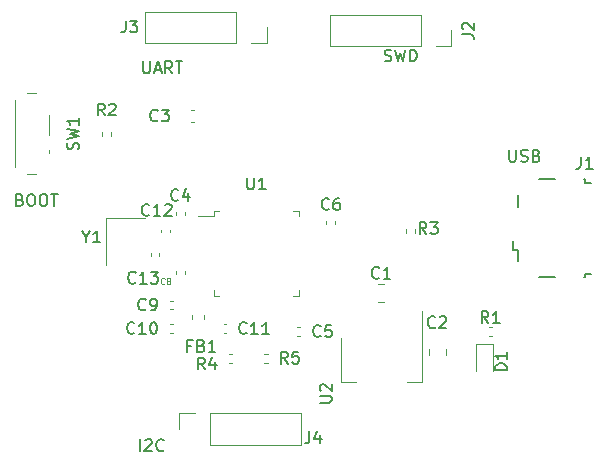
<source format=gbr>
%TF.GenerationSoftware,KiCad,Pcbnew,7.0.7*%
%TF.CreationDate,2023-09-18T20:54:05+05:30*%
%TF.ProjectId,STM32,53544d33-322e-46b6-9963-61645f706362,rev?*%
%TF.SameCoordinates,Original*%
%TF.FileFunction,Legend,Top*%
%TF.FilePolarity,Positive*%
%FSLAX46Y46*%
G04 Gerber Fmt 4.6, Leading zero omitted, Abs format (unit mm)*
G04 Created by KiCad (PCBNEW 7.0.7) date 2023-09-18 20:54:05*
%MOMM*%
%LPD*%
G01*
G04 APERTURE LIST*
%ADD10C,0.150000*%
%ADD11C,0.125000*%
%ADD12C,0.120000*%
G04 APERTURE END LIST*
D10*
X107586779Y-71369819D02*
X107586779Y-72179342D01*
X107586779Y-72179342D02*
X107634398Y-72274580D01*
X107634398Y-72274580D02*
X107682017Y-72322200D01*
X107682017Y-72322200D02*
X107777255Y-72369819D01*
X107777255Y-72369819D02*
X107967731Y-72369819D01*
X107967731Y-72369819D02*
X108062969Y-72322200D01*
X108062969Y-72322200D02*
X108110588Y-72274580D01*
X108110588Y-72274580D02*
X108158207Y-72179342D01*
X108158207Y-72179342D02*
X108158207Y-71369819D01*
X108586779Y-72322200D02*
X108729636Y-72369819D01*
X108729636Y-72369819D02*
X108967731Y-72369819D01*
X108967731Y-72369819D02*
X109062969Y-72322200D01*
X109062969Y-72322200D02*
X109110588Y-72274580D01*
X109110588Y-72274580D02*
X109158207Y-72179342D01*
X109158207Y-72179342D02*
X109158207Y-72084104D01*
X109158207Y-72084104D02*
X109110588Y-71988866D01*
X109110588Y-71988866D02*
X109062969Y-71941247D01*
X109062969Y-71941247D02*
X108967731Y-71893628D01*
X108967731Y-71893628D02*
X108777255Y-71846009D01*
X108777255Y-71846009D02*
X108682017Y-71798390D01*
X108682017Y-71798390D02*
X108634398Y-71750771D01*
X108634398Y-71750771D02*
X108586779Y-71655533D01*
X108586779Y-71655533D02*
X108586779Y-71560295D01*
X108586779Y-71560295D02*
X108634398Y-71465057D01*
X108634398Y-71465057D02*
X108682017Y-71417438D01*
X108682017Y-71417438D02*
X108777255Y-71369819D01*
X108777255Y-71369819D02*
X109015350Y-71369819D01*
X109015350Y-71369819D02*
X109158207Y-71417438D01*
X109920112Y-71846009D02*
X110062969Y-71893628D01*
X110062969Y-71893628D02*
X110110588Y-71941247D01*
X110110588Y-71941247D02*
X110158207Y-72036485D01*
X110158207Y-72036485D02*
X110158207Y-72179342D01*
X110158207Y-72179342D02*
X110110588Y-72274580D01*
X110110588Y-72274580D02*
X110062969Y-72322200D01*
X110062969Y-72322200D02*
X109967731Y-72369819D01*
X109967731Y-72369819D02*
X109586779Y-72369819D01*
X109586779Y-72369819D02*
X109586779Y-71369819D01*
X109586779Y-71369819D02*
X109920112Y-71369819D01*
X109920112Y-71369819D02*
X110015350Y-71417438D01*
X110015350Y-71417438D02*
X110062969Y-71465057D01*
X110062969Y-71465057D02*
X110110588Y-71560295D01*
X110110588Y-71560295D02*
X110110588Y-71655533D01*
X110110588Y-71655533D02*
X110062969Y-71750771D01*
X110062969Y-71750771D02*
X110015350Y-71798390D01*
X110015350Y-71798390D02*
X109920112Y-71846009D01*
X109920112Y-71846009D02*
X109586779Y-71846009D01*
X66170112Y-75596009D02*
X66312969Y-75643628D01*
X66312969Y-75643628D02*
X66360588Y-75691247D01*
X66360588Y-75691247D02*
X66408207Y-75786485D01*
X66408207Y-75786485D02*
X66408207Y-75929342D01*
X66408207Y-75929342D02*
X66360588Y-76024580D01*
X66360588Y-76024580D02*
X66312969Y-76072200D01*
X66312969Y-76072200D02*
X66217731Y-76119819D01*
X66217731Y-76119819D02*
X65836779Y-76119819D01*
X65836779Y-76119819D02*
X65836779Y-75119819D01*
X65836779Y-75119819D02*
X66170112Y-75119819D01*
X66170112Y-75119819D02*
X66265350Y-75167438D01*
X66265350Y-75167438D02*
X66312969Y-75215057D01*
X66312969Y-75215057D02*
X66360588Y-75310295D01*
X66360588Y-75310295D02*
X66360588Y-75405533D01*
X66360588Y-75405533D02*
X66312969Y-75500771D01*
X66312969Y-75500771D02*
X66265350Y-75548390D01*
X66265350Y-75548390D02*
X66170112Y-75596009D01*
X66170112Y-75596009D02*
X65836779Y-75596009D01*
X67027255Y-75119819D02*
X67217731Y-75119819D01*
X67217731Y-75119819D02*
X67312969Y-75167438D01*
X67312969Y-75167438D02*
X67408207Y-75262676D01*
X67408207Y-75262676D02*
X67455826Y-75453152D01*
X67455826Y-75453152D02*
X67455826Y-75786485D01*
X67455826Y-75786485D02*
X67408207Y-75976961D01*
X67408207Y-75976961D02*
X67312969Y-76072200D01*
X67312969Y-76072200D02*
X67217731Y-76119819D01*
X67217731Y-76119819D02*
X67027255Y-76119819D01*
X67027255Y-76119819D02*
X66932017Y-76072200D01*
X66932017Y-76072200D02*
X66836779Y-75976961D01*
X66836779Y-75976961D02*
X66789160Y-75786485D01*
X66789160Y-75786485D02*
X66789160Y-75453152D01*
X66789160Y-75453152D02*
X66836779Y-75262676D01*
X66836779Y-75262676D02*
X66932017Y-75167438D01*
X66932017Y-75167438D02*
X67027255Y-75119819D01*
X68074874Y-75119819D02*
X68265350Y-75119819D01*
X68265350Y-75119819D02*
X68360588Y-75167438D01*
X68360588Y-75167438D02*
X68455826Y-75262676D01*
X68455826Y-75262676D02*
X68503445Y-75453152D01*
X68503445Y-75453152D02*
X68503445Y-75786485D01*
X68503445Y-75786485D02*
X68455826Y-75976961D01*
X68455826Y-75976961D02*
X68360588Y-76072200D01*
X68360588Y-76072200D02*
X68265350Y-76119819D01*
X68265350Y-76119819D02*
X68074874Y-76119819D01*
X68074874Y-76119819D02*
X67979636Y-76072200D01*
X67979636Y-76072200D02*
X67884398Y-75976961D01*
X67884398Y-75976961D02*
X67836779Y-75786485D01*
X67836779Y-75786485D02*
X67836779Y-75453152D01*
X67836779Y-75453152D02*
X67884398Y-75262676D01*
X67884398Y-75262676D02*
X67979636Y-75167438D01*
X67979636Y-75167438D02*
X68074874Y-75119819D01*
X68789160Y-75119819D02*
X69360588Y-75119819D01*
X69074874Y-76119819D02*
X69074874Y-75119819D01*
X97039160Y-63822200D02*
X97182017Y-63869819D01*
X97182017Y-63869819D02*
X97420112Y-63869819D01*
X97420112Y-63869819D02*
X97515350Y-63822200D01*
X97515350Y-63822200D02*
X97562969Y-63774580D01*
X97562969Y-63774580D02*
X97610588Y-63679342D01*
X97610588Y-63679342D02*
X97610588Y-63584104D01*
X97610588Y-63584104D02*
X97562969Y-63488866D01*
X97562969Y-63488866D02*
X97515350Y-63441247D01*
X97515350Y-63441247D02*
X97420112Y-63393628D01*
X97420112Y-63393628D02*
X97229636Y-63346009D01*
X97229636Y-63346009D02*
X97134398Y-63298390D01*
X97134398Y-63298390D02*
X97086779Y-63250771D01*
X97086779Y-63250771D02*
X97039160Y-63155533D01*
X97039160Y-63155533D02*
X97039160Y-63060295D01*
X97039160Y-63060295D02*
X97086779Y-62965057D01*
X97086779Y-62965057D02*
X97134398Y-62917438D01*
X97134398Y-62917438D02*
X97229636Y-62869819D01*
X97229636Y-62869819D02*
X97467731Y-62869819D01*
X97467731Y-62869819D02*
X97610588Y-62917438D01*
X97943922Y-62869819D02*
X98182017Y-63869819D01*
X98182017Y-63869819D02*
X98372493Y-63155533D01*
X98372493Y-63155533D02*
X98562969Y-63869819D01*
X98562969Y-63869819D02*
X98801065Y-62869819D01*
X99182017Y-63869819D02*
X99182017Y-62869819D01*
X99182017Y-62869819D02*
X99420112Y-62869819D01*
X99420112Y-62869819D02*
X99562969Y-62917438D01*
X99562969Y-62917438D02*
X99658207Y-63012676D01*
X99658207Y-63012676D02*
X99705826Y-63107914D01*
X99705826Y-63107914D02*
X99753445Y-63298390D01*
X99753445Y-63298390D02*
X99753445Y-63441247D01*
X99753445Y-63441247D02*
X99705826Y-63631723D01*
X99705826Y-63631723D02*
X99658207Y-63726961D01*
X99658207Y-63726961D02*
X99562969Y-63822200D01*
X99562969Y-63822200D02*
X99420112Y-63869819D01*
X99420112Y-63869819D02*
X99182017Y-63869819D01*
X76586779Y-63869819D02*
X76586779Y-64679342D01*
X76586779Y-64679342D02*
X76634398Y-64774580D01*
X76634398Y-64774580D02*
X76682017Y-64822200D01*
X76682017Y-64822200D02*
X76777255Y-64869819D01*
X76777255Y-64869819D02*
X76967731Y-64869819D01*
X76967731Y-64869819D02*
X77062969Y-64822200D01*
X77062969Y-64822200D02*
X77110588Y-64774580D01*
X77110588Y-64774580D02*
X77158207Y-64679342D01*
X77158207Y-64679342D02*
X77158207Y-63869819D01*
X77586779Y-64584104D02*
X78062969Y-64584104D01*
X77491541Y-64869819D02*
X77824874Y-63869819D01*
X77824874Y-63869819D02*
X78158207Y-64869819D01*
X79062969Y-64869819D02*
X78729636Y-64393628D01*
X78491541Y-64869819D02*
X78491541Y-63869819D01*
X78491541Y-63869819D02*
X78872493Y-63869819D01*
X78872493Y-63869819D02*
X78967731Y-63917438D01*
X78967731Y-63917438D02*
X79015350Y-63965057D01*
X79015350Y-63965057D02*
X79062969Y-64060295D01*
X79062969Y-64060295D02*
X79062969Y-64203152D01*
X79062969Y-64203152D02*
X79015350Y-64298390D01*
X79015350Y-64298390D02*
X78967731Y-64346009D01*
X78967731Y-64346009D02*
X78872493Y-64393628D01*
X78872493Y-64393628D02*
X78491541Y-64393628D01*
X79348684Y-63869819D02*
X79920112Y-63869819D01*
X79634398Y-64869819D02*
X79634398Y-63869819D01*
X76336779Y-96869819D02*
X76336779Y-95869819D01*
X76765350Y-95965057D02*
X76812969Y-95917438D01*
X76812969Y-95917438D02*
X76908207Y-95869819D01*
X76908207Y-95869819D02*
X77146302Y-95869819D01*
X77146302Y-95869819D02*
X77241540Y-95917438D01*
X77241540Y-95917438D02*
X77289159Y-95965057D01*
X77289159Y-95965057D02*
X77336778Y-96060295D01*
X77336778Y-96060295D02*
X77336778Y-96155533D01*
X77336778Y-96155533D02*
X77289159Y-96298390D01*
X77289159Y-96298390D02*
X76717731Y-96869819D01*
X76717731Y-96869819D02*
X77336778Y-96869819D01*
X78336778Y-96774580D02*
X78289159Y-96822200D01*
X78289159Y-96822200D02*
X78146302Y-96869819D01*
X78146302Y-96869819D02*
X78051064Y-96869819D01*
X78051064Y-96869819D02*
X77908207Y-96822200D01*
X77908207Y-96822200D02*
X77812969Y-96726961D01*
X77812969Y-96726961D02*
X77765350Y-96631723D01*
X77765350Y-96631723D02*
X77717731Y-96441247D01*
X77717731Y-96441247D02*
X77717731Y-96298390D01*
X77717731Y-96298390D02*
X77765350Y-96107914D01*
X77765350Y-96107914D02*
X77812969Y-96012676D01*
X77812969Y-96012676D02*
X77908207Y-95917438D01*
X77908207Y-95917438D02*
X78051064Y-95869819D01*
X78051064Y-95869819D02*
X78146302Y-95869819D01*
X78146302Y-95869819D02*
X78289159Y-95917438D01*
X78289159Y-95917438D02*
X78336778Y-95965057D01*
X85410595Y-73717319D02*
X85410595Y-74526842D01*
X85410595Y-74526842D02*
X85458214Y-74622080D01*
X85458214Y-74622080D02*
X85505833Y-74669700D01*
X85505833Y-74669700D02*
X85601071Y-74717319D01*
X85601071Y-74717319D02*
X85791547Y-74717319D01*
X85791547Y-74717319D02*
X85886785Y-74669700D01*
X85886785Y-74669700D02*
X85934404Y-74622080D01*
X85934404Y-74622080D02*
X85982023Y-74526842D01*
X85982023Y-74526842D02*
X85982023Y-73717319D01*
X86982023Y-74717319D02*
X86410595Y-74717319D01*
X86696309Y-74717319D02*
X86696309Y-73717319D01*
X86696309Y-73717319D02*
X86601071Y-73860176D01*
X86601071Y-73860176D02*
X86505833Y-73955414D01*
X86505833Y-73955414D02*
X86410595Y-74003033D01*
X76813333Y-84859580D02*
X76765714Y-84907200D01*
X76765714Y-84907200D02*
X76622857Y-84954819D01*
X76622857Y-84954819D02*
X76527619Y-84954819D01*
X76527619Y-84954819D02*
X76384762Y-84907200D01*
X76384762Y-84907200D02*
X76289524Y-84811961D01*
X76289524Y-84811961D02*
X76241905Y-84716723D01*
X76241905Y-84716723D02*
X76194286Y-84526247D01*
X76194286Y-84526247D02*
X76194286Y-84383390D01*
X76194286Y-84383390D02*
X76241905Y-84192914D01*
X76241905Y-84192914D02*
X76289524Y-84097676D01*
X76289524Y-84097676D02*
X76384762Y-84002438D01*
X76384762Y-84002438D02*
X76527619Y-83954819D01*
X76527619Y-83954819D02*
X76622857Y-83954819D01*
X76622857Y-83954819D02*
X76765714Y-84002438D01*
X76765714Y-84002438D02*
X76813333Y-84050057D01*
X77289524Y-84954819D02*
X77480000Y-84954819D01*
X77480000Y-84954819D02*
X77575238Y-84907200D01*
X77575238Y-84907200D02*
X77622857Y-84859580D01*
X77622857Y-84859580D02*
X77718095Y-84716723D01*
X77718095Y-84716723D02*
X77765714Y-84526247D01*
X77765714Y-84526247D02*
X77765714Y-84145295D01*
X77765714Y-84145295D02*
X77718095Y-84050057D01*
X77718095Y-84050057D02*
X77670476Y-84002438D01*
X77670476Y-84002438D02*
X77575238Y-83954819D01*
X77575238Y-83954819D02*
X77384762Y-83954819D01*
X77384762Y-83954819D02*
X77289524Y-84002438D01*
X77289524Y-84002438D02*
X77241905Y-84050057D01*
X77241905Y-84050057D02*
X77194286Y-84145295D01*
X77194286Y-84145295D02*
X77194286Y-84383390D01*
X77194286Y-84383390D02*
X77241905Y-84478628D01*
X77241905Y-84478628D02*
X77289524Y-84526247D01*
X77289524Y-84526247D02*
X77384762Y-84573866D01*
X77384762Y-84573866D02*
X77575238Y-84573866D01*
X77575238Y-84573866D02*
X77670476Y-84526247D01*
X77670476Y-84526247D02*
X77718095Y-84478628D01*
X77718095Y-84478628D02*
X77765714Y-84383390D01*
X75116666Y-60429819D02*
X75116666Y-61144104D01*
X75116666Y-61144104D02*
X75069047Y-61286961D01*
X75069047Y-61286961D02*
X74973809Y-61382200D01*
X74973809Y-61382200D02*
X74830952Y-61429819D01*
X74830952Y-61429819D02*
X74735714Y-61429819D01*
X75497619Y-60429819D02*
X76116666Y-60429819D01*
X76116666Y-60429819D02*
X75783333Y-60810771D01*
X75783333Y-60810771D02*
X75926190Y-60810771D01*
X75926190Y-60810771D02*
X76021428Y-60858390D01*
X76021428Y-60858390D02*
X76069047Y-60906009D01*
X76069047Y-60906009D02*
X76116666Y-61001247D01*
X76116666Y-61001247D02*
X76116666Y-61239342D01*
X76116666Y-61239342D02*
X76069047Y-61334580D01*
X76069047Y-61334580D02*
X76021428Y-61382200D01*
X76021428Y-61382200D02*
X75926190Y-61429819D01*
X75926190Y-61429819D02*
X75640476Y-61429819D01*
X75640476Y-61429819D02*
X75545238Y-61382200D01*
X75545238Y-61382200D02*
X75497619Y-61334580D01*
X101333333Y-86359580D02*
X101285714Y-86407200D01*
X101285714Y-86407200D02*
X101142857Y-86454819D01*
X101142857Y-86454819D02*
X101047619Y-86454819D01*
X101047619Y-86454819D02*
X100904762Y-86407200D01*
X100904762Y-86407200D02*
X100809524Y-86311961D01*
X100809524Y-86311961D02*
X100761905Y-86216723D01*
X100761905Y-86216723D02*
X100714286Y-86026247D01*
X100714286Y-86026247D02*
X100714286Y-85883390D01*
X100714286Y-85883390D02*
X100761905Y-85692914D01*
X100761905Y-85692914D02*
X100809524Y-85597676D01*
X100809524Y-85597676D02*
X100904762Y-85502438D01*
X100904762Y-85502438D02*
X101047619Y-85454819D01*
X101047619Y-85454819D02*
X101142857Y-85454819D01*
X101142857Y-85454819D02*
X101285714Y-85502438D01*
X101285714Y-85502438D02*
X101333333Y-85550057D01*
X101714286Y-85550057D02*
X101761905Y-85502438D01*
X101761905Y-85502438D02*
X101857143Y-85454819D01*
X101857143Y-85454819D02*
X102095238Y-85454819D01*
X102095238Y-85454819D02*
X102190476Y-85502438D01*
X102190476Y-85502438D02*
X102238095Y-85550057D01*
X102238095Y-85550057D02*
X102285714Y-85645295D01*
X102285714Y-85645295D02*
X102285714Y-85740533D01*
X102285714Y-85740533D02*
X102238095Y-85883390D01*
X102238095Y-85883390D02*
X101666667Y-86454819D01*
X101666667Y-86454819D02*
X102285714Y-86454819D01*
X92333333Y-76359580D02*
X92285714Y-76407200D01*
X92285714Y-76407200D02*
X92142857Y-76454819D01*
X92142857Y-76454819D02*
X92047619Y-76454819D01*
X92047619Y-76454819D02*
X91904762Y-76407200D01*
X91904762Y-76407200D02*
X91809524Y-76311961D01*
X91809524Y-76311961D02*
X91761905Y-76216723D01*
X91761905Y-76216723D02*
X91714286Y-76026247D01*
X91714286Y-76026247D02*
X91714286Y-75883390D01*
X91714286Y-75883390D02*
X91761905Y-75692914D01*
X91761905Y-75692914D02*
X91809524Y-75597676D01*
X91809524Y-75597676D02*
X91904762Y-75502438D01*
X91904762Y-75502438D02*
X92047619Y-75454819D01*
X92047619Y-75454819D02*
X92142857Y-75454819D01*
X92142857Y-75454819D02*
X92285714Y-75502438D01*
X92285714Y-75502438D02*
X92333333Y-75550057D01*
X93190476Y-75454819D02*
X93000000Y-75454819D01*
X93000000Y-75454819D02*
X92904762Y-75502438D01*
X92904762Y-75502438D02*
X92857143Y-75550057D01*
X92857143Y-75550057D02*
X92761905Y-75692914D01*
X92761905Y-75692914D02*
X92714286Y-75883390D01*
X92714286Y-75883390D02*
X92714286Y-76264342D01*
X92714286Y-76264342D02*
X92761905Y-76359580D01*
X92761905Y-76359580D02*
X92809524Y-76407200D01*
X92809524Y-76407200D02*
X92904762Y-76454819D01*
X92904762Y-76454819D02*
X93095238Y-76454819D01*
X93095238Y-76454819D02*
X93190476Y-76407200D01*
X93190476Y-76407200D02*
X93238095Y-76359580D01*
X93238095Y-76359580D02*
X93285714Y-76264342D01*
X93285714Y-76264342D02*
X93285714Y-76026247D01*
X93285714Y-76026247D02*
X93238095Y-75931009D01*
X93238095Y-75931009D02*
X93190476Y-75883390D01*
X93190476Y-75883390D02*
X93095238Y-75835771D01*
X93095238Y-75835771D02*
X92904762Y-75835771D01*
X92904762Y-75835771D02*
X92809524Y-75883390D01*
X92809524Y-75883390D02*
X92761905Y-75931009D01*
X92761905Y-75931009D02*
X92714286Y-76026247D01*
X113666666Y-71954819D02*
X113666666Y-72669104D01*
X113666666Y-72669104D02*
X113619047Y-72811961D01*
X113619047Y-72811961D02*
X113523809Y-72907200D01*
X113523809Y-72907200D02*
X113380952Y-72954819D01*
X113380952Y-72954819D02*
X113285714Y-72954819D01*
X114666666Y-72954819D02*
X114095238Y-72954819D01*
X114380952Y-72954819D02*
X114380952Y-71954819D01*
X114380952Y-71954819D02*
X114285714Y-72097676D01*
X114285714Y-72097676D02*
X114190476Y-72192914D01*
X114190476Y-72192914D02*
X114095238Y-72240533D01*
X73333333Y-68454819D02*
X73000000Y-67978628D01*
X72761905Y-68454819D02*
X72761905Y-67454819D01*
X72761905Y-67454819D02*
X73142857Y-67454819D01*
X73142857Y-67454819D02*
X73238095Y-67502438D01*
X73238095Y-67502438D02*
X73285714Y-67550057D01*
X73285714Y-67550057D02*
X73333333Y-67645295D01*
X73333333Y-67645295D02*
X73333333Y-67788152D01*
X73333333Y-67788152D02*
X73285714Y-67883390D01*
X73285714Y-67883390D02*
X73238095Y-67931009D01*
X73238095Y-67931009D02*
X73142857Y-67978628D01*
X73142857Y-67978628D02*
X72761905Y-67978628D01*
X73714286Y-67550057D02*
X73761905Y-67502438D01*
X73761905Y-67502438D02*
X73857143Y-67454819D01*
X73857143Y-67454819D02*
X74095238Y-67454819D01*
X74095238Y-67454819D02*
X74190476Y-67502438D01*
X74190476Y-67502438D02*
X74238095Y-67550057D01*
X74238095Y-67550057D02*
X74285714Y-67645295D01*
X74285714Y-67645295D02*
X74285714Y-67740533D01*
X74285714Y-67740533D02*
X74238095Y-67883390D01*
X74238095Y-67883390D02*
X73666667Y-68454819D01*
X73666667Y-68454819D02*
X74285714Y-68454819D01*
X79583333Y-75589580D02*
X79535714Y-75637200D01*
X79535714Y-75637200D02*
X79392857Y-75684819D01*
X79392857Y-75684819D02*
X79297619Y-75684819D01*
X79297619Y-75684819D02*
X79154762Y-75637200D01*
X79154762Y-75637200D02*
X79059524Y-75541961D01*
X79059524Y-75541961D02*
X79011905Y-75446723D01*
X79011905Y-75446723D02*
X78964286Y-75256247D01*
X78964286Y-75256247D02*
X78964286Y-75113390D01*
X78964286Y-75113390D02*
X79011905Y-74922914D01*
X79011905Y-74922914D02*
X79059524Y-74827676D01*
X79059524Y-74827676D02*
X79154762Y-74732438D01*
X79154762Y-74732438D02*
X79297619Y-74684819D01*
X79297619Y-74684819D02*
X79392857Y-74684819D01*
X79392857Y-74684819D02*
X79535714Y-74732438D01*
X79535714Y-74732438D02*
X79583333Y-74780057D01*
X80440476Y-75018152D02*
X80440476Y-75684819D01*
X80202381Y-74637200D02*
X79964286Y-75351485D01*
X79964286Y-75351485D02*
X80583333Y-75351485D01*
X100583333Y-78474819D02*
X100250000Y-77998628D01*
X100011905Y-78474819D02*
X100011905Y-77474819D01*
X100011905Y-77474819D02*
X100392857Y-77474819D01*
X100392857Y-77474819D02*
X100488095Y-77522438D01*
X100488095Y-77522438D02*
X100535714Y-77570057D01*
X100535714Y-77570057D02*
X100583333Y-77665295D01*
X100583333Y-77665295D02*
X100583333Y-77808152D01*
X100583333Y-77808152D02*
X100535714Y-77903390D01*
X100535714Y-77903390D02*
X100488095Y-77951009D01*
X100488095Y-77951009D02*
X100392857Y-77998628D01*
X100392857Y-77998628D02*
X100011905Y-77998628D01*
X100916667Y-77474819D02*
X101535714Y-77474819D01*
X101535714Y-77474819D02*
X101202381Y-77855771D01*
X101202381Y-77855771D02*
X101345238Y-77855771D01*
X101345238Y-77855771D02*
X101440476Y-77903390D01*
X101440476Y-77903390D02*
X101488095Y-77951009D01*
X101488095Y-77951009D02*
X101535714Y-78046247D01*
X101535714Y-78046247D02*
X101535714Y-78284342D01*
X101535714Y-78284342D02*
X101488095Y-78379580D01*
X101488095Y-78379580D02*
X101440476Y-78427200D01*
X101440476Y-78427200D02*
X101345238Y-78474819D01*
X101345238Y-78474819D02*
X101059524Y-78474819D01*
X101059524Y-78474819D02*
X100964286Y-78427200D01*
X100964286Y-78427200D02*
X100916667Y-78379580D01*
X107384819Y-90025594D02*
X106384819Y-90025594D01*
X106384819Y-90025594D02*
X106384819Y-89787499D01*
X106384819Y-89787499D02*
X106432438Y-89644642D01*
X106432438Y-89644642D02*
X106527676Y-89549404D01*
X106527676Y-89549404D02*
X106622914Y-89501785D01*
X106622914Y-89501785D02*
X106813390Y-89454166D01*
X106813390Y-89454166D02*
X106956247Y-89454166D01*
X106956247Y-89454166D02*
X107146723Y-89501785D01*
X107146723Y-89501785D02*
X107241961Y-89549404D01*
X107241961Y-89549404D02*
X107337200Y-89644642D01*
X107337200Y-89644642D02*
X107384819Y-89787499D01*
X107384819Y-89787499D02*
X107384819Y-90025594D01*
X107384819Y-88501785D02*
X107384819Y-89073213D01*
X107384819Y-88787499D02*
X106384819Y-88787499D01*
X106384819Y-88787499D02*
X106527676Y-88882737D01*
X106527676Y-88882737D02*
X106622914Y-88977975D01*
X106622914Y-88977975D02*
X106670533Y-89073213D01*
X91554819Y-92761904D02*
X92364342Y-92761904D01*
X92364342Y-92761904D02*
X92459580Y-92714285D01*
X92459580Y-92714285D02*
X92507200Y-92666666D01*
X92507200Y-92666666D02*
X92554819Y-92571428D01*
X92554819Y-92571428D02*
X92554819Y-92380952D01*
X92554819Y-92380952D02*
X92507200Y-92285714D01*
X92507200Y-92285714D02*
X92459580Y-92238095D01*
X92459580Y-92238095D02*
X92364342Y-92190476D01*
X92364342Y-92190476D02*
X91554819Y-92190476D01*
X91650057Y-91761904D02*
X91602438Y-91714285D01*
X91602438Y-91714285D02*
X91554819Y-91619047D01*
X91554819Y-91619047D02*
X91554819Y-91380952D01*
X91554819Y-91380952D02*
X91602438Y-91285714D01*
X91602438Y-91285714D02*
X91650057Y-91238095D01*
X91650057Y-91238095D02*
X91745295Y-91190476D01*
X91745295Y-91190476D02*
X91840533Y-91190476D01*
X91840533Y-91190476D02*
X91983390Y-91238095D01*
X91983390Y-91238095D02*
X92554819Y-91809523D01*
X92554819Y-91809523D02*
X92554819Y-91190476D01*
X77833333Y-68859580D02*
X77785714Y-68907200D01*
X77785714Y-68907200D02*
X77642857Y-68954819D01*
X77642857Y-68954819D02*
X77547619Y-68954819D01*
X77547619Y-68954819D02*
X77404762Y-68907200D01*
X77404762Y-68907200D02*
X77309524Y-68811961D01*
X77309524Y-68811961D02*
X77261905Y-68716723D01*
X77261905Y-68716723D02*
X77214286Y-68526247D01*
X77214286Y-68526247D02*
X77214286Y-68383390D01*
X77214286Y-68383390D02*
X77261905Y-68192914D01*
X77261905Y-68192914D02*
X77309524Y-68097676D01*
X77309524Y-68097676D02*
X77404762Y-68002438D01*
X77404762Y-68002438D02*
X77547619Y-67954819D01*
X77547619Y-67954819D02*
X77642857Y-67954819D01*
X77642857Y-67954819D02*
X77785714Y-68002438D01*
X77785714Y-68002438D02*
X77833333Y-68050057D01*
X78166667Y-67954819D02*
X78785714Y-67954819D01*
X78785714Y-67954819D02*
X78452381Y-68335771D01*
X78452381Y-68335771D02*
X78595238Y-68335771D01*
X78595238Y-68335771D02*
X78690476Y-68383390D01*
X78690476Y-68383390D02*
X78738095Y-68431009D01*
X78738095Y-68431009D02*
X78785714Y-68526247D01*
X78785714Y-68526247D02*
X78785714Y-68764342D01*
X78785714Y-68764342D02*
X78738095Y-68859580D01*
X78738095Y-68859580D02*
X78690476Y-68907200D01*
X78690476Y-68907200D02*
X78595238Y-68954819D01*
X78595238Y-68954819D02*
X78309524Y-68954819D01*
X78309524Y-68954819D02*
X78214286Y-68907200D01*
X78214286Y-68907200D02*
X78166667Y-68859580D01*
X90666666Y-95204819D02*
X90666666Y-95919104D01*
X90666666Y-95919104D02*
X90619047Y-96061961D01*
X90619047Y-96061961D02*
X90523809Y-96157200D01*
X90523809Y-96157200D02*
X90380952Y-96204819D01*
X90380952Y-96204819D02*
X90285714Y-96204819D01*
X91571428Y-95538152D02*
X91571428Y-96204819D01*
X91333333Y-95157200D02*
X91095238Y-95871485D01*
X91095238Y-95871485D02*
X91714285Y-95871485D01*
X71773809Y-78728628D02*
X71773809Y-79204819D01*
X71440476Y-78204819D02*
X71773809Y-78728628D01*
X71773809Y-78728628D02*
X72107142Y-78204819D01*
X72964285Y-79204819D02*
X72392857Y-79204819D01*
X72678571Y-79204819D02*
X72678571Y-78204819D01*
X72678571Y-78204819D02*
X72583333Y-78347676D01*
X72583333Y-78347676D02*
X72488095Y-78442914D01*
X72488095Y-78442914D02*
X72392857Y-78490533D01*
X75857142Y-86859580D02*
X75809523Y-86907200D01*
X75809523Y-86907200D02*
X75666666Y-86954819D01*
X75666666Y-86954819D02*
X75571428Y-86954819D01*
X75571428Y-86954819D02*
X75428571Y-86907200D01*
X75428571Y-86907200D02*
X75333333Y-86811961D01*
X75333333Y-86811961D02*
X75285714Y-86716723D01*
X75285714Y-86716723D02*
X75238095Y-86526247D01*
X75238095Y-86526247D02*
X75238095Y-86383390D01*
X75238095Y-86383390D02*
X75285714Y-86192914D01*
X75285714Y-86192914D02*
X75333333Y-86097676D01*
X75333333Y-86097676D02*
X75428571Y-86002438D01*
X75428571Y-86002438D02*
X75571428Y-85954819D01*
X75571428Y-85954819D02*
X75666666Y-85954819D01*
X75666666Y-85954819D02*
X75809523Y-86002438D01*
X75809523Y-86002438D02*
X75857142Y-86050057D01*
X76809523Y-86954819D02*
X76238095Y-86954819D01*
X76523809Y-86954819D02*
X76523809Y-85954819D01*
X76523809Y-85954819D02*
X76428571Y-86097676D01*
X76428571Y-86097676D02*
X76333333Y-86192914D01*
X76333333Y-86192914D02*
X76238095Y-86240533D01*
X77428571Y-85954819D02*
X77523809Y-85954819D01*
X77523809Y-85954819D02*
X77619047Y-86002438D01*
X77619047Y-86002438D02*
X77666666Y-86050057D01*
X77666666Y-86050057D02*
X77714285Y-86145295D01*
X77714285Y-86145295D02*
X77761904Y-86335771D01*
X77761904Y-86335771D02*
X77761904Y-86573866D01*
X77761904Y-86573866D02*
X77714285Y-86764342D01*
X77714285Y-86764342D02*
X77666666Y-86859580D01*
X77666666Y-86859580D02*
X77619047Y-86907200D01*
X77619047Y-86907200D02*
X77523809Y-86954819D01*
X77523809Y-86954819D02*
X77428571Y-86954819D01*
X77428571Y-86954819D02*
X77333333Y-86907200D01*
X77333333Y-86907200D02*
X77285714Y-86859580D01*
X77285714Y-86859580D02*
X77238095Y-86764342D01*
X77238095Y-86764342D02*
X77190476Y-86573866D01*
X77190476Y-86573866D02*
X77190476Y-86335771D01*
X77190476Y-86335771D02*
X77238095Y-86145295D01*
X77238095Y-86145295D02*
X77285714Y-86050057D01*
X77285714Y-86050057D02*
X77333333Y-86002438D01*
X77333333Y-86002438D02*
X77428571Y-85954819D01*
X91623333Y-87109580D02*
X91575714Y-87157200D01*
X91575714Y-87157200D02*
X91432857Y-87204819D01*
X91432857Y-87204819D02*
X91337619Y-87204819D01*
X91337619Y-87204819D02*
X91194762Y-87157200D01*
X91194762Y-87157200D02*
X91099524Y-87061961D01*
X91099524Y-87061961D02*
X91051905Y-86966723D01*
X91051905Y-86966723D02*
X91004286Y-86776247D01*
X91004286Y-86776247D02*
X91004286Y-86633390D01*
X91004286Y-86633390D02*
X91051905Y-86442914D01*
X91051905Y-86442914D02*
X91099524Y-86347676D01*
X91099524Y-86347676D02*
X91194762Y-86252438D01*
X91194762Y-86252438D02*
X91337619Y-86204819D01*
X91337619Y-86204819D02*
X91432857Y-86204819D01*
X91432857Y-86204819D02*
X91575714Y-86252438D01*
X91575714Y-86252438D02*
X91623333Y-86300057D01*
X92528095Y-86204819D02*
X92051905Y-86204819D01*
X92051905Y-86204819D02*
X92004286Y-86681009D01*
X92004286Y-86681009D02*
X92051905Y-86633390D01*
X92051905Y-86633390D02*
X92147143Y-86585771D01*
X92147143Y-86585771D02*
X92385238Y-86585771D01*
X92385238Y-86585771D02*
X92480476Y-86633390D01*
X92480476Y-86633390D02*
X92528095Y-86681009D01*
X92528095Y-86681009D02*
X92575714Y-86776247D01*
X92575714Y-86776247D02*
X92575714Y-87014342D01*
X92575714Y-87014342D02*
X92528095Y-87109580D01*
X92528095Y-87109580D02*
X92480476Y-87157200D01*
X92480476Y-87157200D02*
X92385238Y-87204819D01*
X92385238Y-87204819D02*
X92147143Y-87204819D01*
X92147143Y-87204819D02*
X92051905Y-87157200D01*
X92051905Y-87157200D02*
X92004286Y-87109580D01*
X103594819Y-61583333D02*
X104309104Y-61583333D01*
X104309104Y-61583333D02*
X104451961Y-61630952D01*
X104451961Y-61630952D02*
X104547200Y-61726190D01*
X104547200Y-61726190D02*
X104594819Y-61869047D01*
X104594819Y-61869047D02*
X104594819Y-61964285D01*
X103690057Y-61154761D02*
X103642438Y-61107142D01*
X103642438Y-61107142D02*
X103594819Y-61011904D01*
X103594819Y-61011904D02*
X103594819Y-60773809D01*
X103594819Y-60773809D02*
X103642438Y-60678571D01*
X103642438Y-60678571D02*
X103690057Y-60630952D01*
X103690057Y-60630952D02*
X103785295Y-60583333D01*
X103785295Y-60583333D02*
X103880533Y-60583333D01*
X103880533Y-60583333D02*
X104023390Y-60630952D01*
X104023390Y-60630952D02*
X104594819Y-61202380D01*
X104594819Y-61202380D02*
X104594819Y-60583333D01*
X105833333Y-86034819D02*
X105500000Y-85558628D01*
X105261905Y-86034819D02*
X105261905Y-85034819D01*
X105261905Y-85034819D02*
X105642857Y-85034819D01*
X105642857Y-85034819D02*
X105738095Y-85082438D01*
X105738095Y-85082438D02*
X105785714Y-85130057D01*
X105785714Y-85130057D02*
X105833333Y-85225295D01*
X105833333Y-85225295D02*
X105833333Y-85368152D01*
X105833333Y-85368152D02*
X105785714Y-85463390D01*
X105785714Y-85463390D02*
X105738095Y-85511009D01*
X105738095Y-85511009D02*
X105642857Y-85558628D01*
X105642857Y-85558628D02*
X105261905Y-85558628D01*
X106785714Y-86034819D02*
X106214286Y-86034819D01*
X106500000Y-86034819D02*
X106500000Y-85034819D01*
X106500000Y-85034819D02*
X106404762Y-85177676D01*
X106404762Y-85177676D02*
X106309524Y-85272914D01*
X106309524Y-85272914D02*
X106214286Y-85320533D01*
D11*
X78416666Y-82677190D02*
X78392857Y-82701000D01*
X78392857Y-82701000D02*
X78321428Y-82724809D01*
X78321428Y-82724809D02*
X78273809Y-82724809D01*
X78273809Y-82724809D02*
X78202381Y-82701000D01*
X78202381Y-82701000D02*
X78154762Y-82653380D01*
X78154762Y-82653380D02*
X78130952Y-82605761D01*
X78130952Y-82605761D02*
X78107143Y-82510523D01*
X78107143Y-82510523D02*
X78107143Y-82439095D01*
X78107143Y-82439095D02*
X78130952Y-82343857D01*
X78130952Y-82343857D02*
X78154762Y-82296238D01*
X78154762Y-82296238D02*
X78202381Y-82248619D01*
X78202381Y-82248619D02*
X78273809Y-82224809D01*
X78273809Y-82224809D02*
X78321428Y-82224809D01*
X78321428Y-82224809D02*
X78392857Y-82248619D01*
X78392857Y-82248619D02*
X78416666Y-82272428D01*
X78702381Y-82439095D02*
X78654762Y-82415285D01*
X78654762Y-82415285D02*
X78630952Y-82391476D01*
X78630952Y-82391476D02*
X78607143Y-82343857D01*
X78607143Y-82343857D02*
X78607143Y-82320047D01*
X78607143Y-82320047D02*
X78630952Y-82272428D01*
X78630952Y-82272428D02*
X78654762Y-82248619D01*
X78654762Y-82248619D02*
X78702381Y-82224809D01*
X78702381Y-82224809D02*
X78797619Y-82224809D01*
X78797619Y-82224809D02*
X78845238Y-82248619D01*
X78845238Y-82248619D02*
X78869047Y-82272428D01*
X78869047Y-82272428D02*
X78892857Y-82320047D01*
X78892857Y-82320047D02*
X78892857Y-82343857D01*
X78892857Y-82343857D02*
X78869047Y-82391476D01*
X78869047Y-82391476D02*
X78845238Y-82415285D01*
X78845238Y-82415285D02*
X78797619Y-82439095D01*
X78797619Y-82439095D02*
X78702381Y-82439095D01*
X78702381Y-82439095D02*
X78654762Y-82462904D01*
X78654762Y-82462904D02*
X78630952Y-82486714D01*
X78630952Y-82486714D02*
X78607143Y-82534333D01*
X78607143Y-82534333D02*
X78607143Y-82629571D01*
X78607143Y-82629571D02*
X78630952Y-82677190D01*
X78630952Y-82677190D02*
X78654762Y-82701000D01*
X78654762Y-82701000D02*
X78702381Y-82724809D01*
X78702381Y-82724809D02*
X78797619Y-82724809D01*
X78797619Y-82724809D02*
X78845238Y-82701000D01*
X78845238Y-82701000D02*
X78869047Y-82677190D01*
X78869047Y-82677190D02*
X78892857Y-82629571D01*
X78892857Y-82629571D02*
X78892857Y-82534333D01*
X78892857Y-82534333D02*
X78869047Y-82486714D01*
X78869047Y-82486714D02*
X78845238Y-82462904D01*
X78845238Y-82462904D02*
X78797619Y-82439095D01*
D10*
X75957142Y-82589580D02*
X75909523Y-82637200D01*
X75909523Y-82637200D02*
X75766666Y-82684819D01*
X75766666Y-82684819D02*
X75671428Y-82684819D01*
X75671428Y-82684819D02*
X75528571Y-82637200D01*
X75528571Y-82637200D02*
X75433333Y-82541961D01*
X75433333Y-82541961D02*
X75385714Y-82446723D01*
X75385714Y-82446723D02*
X75338095Y-82256247D01*
X75338095Y-82256247D02*
X75338095Y-82113390D01*
X75338095Y-82113390D02*
X75385714Y-81922914D01*
X75385714Y-81922914D02*
X75433333Y-81827676D01*
X75433333Y-81827676D02*
X75528571Y-81732438D01*
X75528571Y-81732438D02*
X75671428Y-81684819D01*
X75671428Y-81684819D02*
X75766666Y-81684819D01*
X75766666Y-81684819D02*
X75909523Y-81732438D01*
X75909523Y-81732438D02*
X75957142Y-81780057D01*
X76909523Y-82684819D02*
X76338095Y-82684819D01*
X76623809Y-82684819D02*
X76623809Y-81684819D01*
X76623809Y-81684819D02*
X76528571Y-81827676D01*
X76528571Y-81827676D02*
X76433333Y-81922914D01*
X76433333Y-81922914D02*
X76338095Y-81970533D01*
X77242857Y-81684819D02*
X77861904Y-81684819D01*
X77861904Y-81684819D02*
X77528571Y-82065771D01*
X77528571Y-82065771D02*
X77671428Y-82065771D01*
X77671428Y-82065771D02*
X77766666Y-82113390D01*
X77766666Y-82113390D02*
X77814285Y-82161009D01*
X77814285Y-82161009D02*
X77861904Y-82256247D01*
X77861904Y-82256247D02*
X77861904Y-82494342D01*
X77861904Y-82494342D02*
X77814285Y-82589580D01*
X77814285Y-82589580D02*
X77766666Y-82637200D01*
X77766666Y-82637200D02*
X77671428Y-82684819D01*
X77671428Y-82684819D02*
X77385714Y-82684819D01*
X77385714Y-82684819D02*
X77290476Y-82637200D01*
X77290476Y-82637200D02*
X77242857Y-82589580D01*
X80666666Y-87931009D02*
X80333333Y-87931009D01*
X80333333Y-88454819D02*
X80333333Y-87454819D01*
X80333333Y-87454819D02*
X80809523Y-87454819D01*
X81523809Y-87931009D02*
X81666666Y-87978628D01*
X81666666Y-87978628D02*
X81714285Y-88026247D01*
X81714285Y-88026247D02*
X81761904Y-88121485D01*
X81761904Y-88121485D02*
X81761904Y-88264342D01*
X81761904Y-88264342D02*
X81714285Y-88359580D01*
X81714285Y-88359580D02*
X81666666Y-88407200D01*
X81666666Y-88407200D02*
X81571428Y-88454819D01*
X81571428Y-88454819D02*
X81190476Y-88454819D01*
X81190476Y-88454819D02*
X81190476Y-87454819D01*
X81190476Y-87454819D02*
X81523809Y-87454819D01*
X81523809Y-87454819D02*
X81619047Y-87502438D01*
X81619047Y-87502438D02*
X81666666Y-87550057D01*
X81666666Y-87550057D02*
X81714285Y-87645295D01*
X81714285Y-87645295D02*
X81714285Y-87740533D01*
X81714285Y-87740533D02*
X81666666Y-87835771D01*
X81666666Y-87835771D02*
X81619047Y-87883390D01*
X81619047Y-87883390D02*
X81523809Y-87931009D01*
X81523809Y-87931009D02*
X81190476Y-87931009D01*
X82714285Y-88454819D02*
X82142857Y-88454819D01*
X82428571Y-88454819D02*
X82428571Y-87454819D01*
X82428571Y-87454819D02*
X82333333Y-87597676D01*
X82333333Y-87597676D02*
X82238095Y-87692914D01*
X82238095Y-87692914D02*
X82142857Y-87740533D01*
X96583333Y-82179580D02*
X96535714Y-82227200D01*
X96535714Y-82227200D02*
X96392857Y-82274819D01*
X96392857Y-82274819D02*
X96297619Y-82274819D01*
X96297619Y-82274819D02*
X96154762Y-82227200D01*
X96154762Y-82227200D02*
X96059524Y-82131961D01*
X96059524Y-82131961D02*
X96011905Y-82036723D01*
X96011905Y-82036723D02*
X95964286Y-81846247D01*
X95964286Y-81846247D02*
X95964286Y-81703390D01*
X95964286Y-81703390D02*
X96011905Y-81512914D01*
X96011905Y-81512914D02*
X96059524Y-81417676D01*
X96059524Y-81417676D02*
X96154762Y-81322438D01*
X96154762Y-81322438D02*
X96297619Y-81274819D01*
X96297619Y-81274819D02*
X96392857Y-81274819D01*
X96392857Y-81274819D02*
X96535714Y-81322438D01*
X96535714Y-81322438D02*
X96583333Y-81370057D01*
X97535714Y-82274819D02*
X96964286Y-82274819D01*
X97250000Y-82274819D02*
X97250000Y-81274819D01*
X97250000Y-81274819D02*
X97154762Y-81417676D01*
X97154762Y-81417676D02*
X97059524Y-81512914D01*
X97059524Y-81512914D02*
X96964286Y-81560533D01*
X88833333Y-89454819D02*
X88500000Y-88978628D01*
X88261905Y-89454819D02*
X88261905Y-88454819D01*
X88261905Y-88454819D02*
X88642857Y-88454819D01*
X88642857Y-88454819D02*
X88738095Y-88502438D01*
X88738095Y-88502438D02*
X88785714Y-88550057D01*
X88785714Y-88550057D02*
X88833333Y-88645295D01*
X88833333Y-88645295D02*
X88833333Y-88788152D01*
X88833333Y-88788152D02*
X88785714Y-88883390D01*
X88785714Y-88883390D02*
X88738095Y-88931009D01*
X88738095Y-88931009D02*
X88642857Y-88978628D01*
X88642857Y-88978628D02*
X88261905Y-88978628D01*
X89738095Y-88454819D02*
X89261905Y-88454819D01*
X89261905Y-88454819D02*
X89214286Y-88931009D01*
X89214286Y-88931009D02*
X89261905Y-88883390D01*
X89261905Y-88883390D02*
X89357143Y-88835771D01*
X89357143Y-88835771D02*
X89595238Y-88835771D01*
X89595238Y-88835771D02*
X89690476Y-88883390D01*
X89690476Y-88883390D02*
X89738095Y-88931009D01*
X89738095Y-88931009D02*
X89785714Y-89026247D01*
X89785714Y-89026247D02*
X89785714Y-89264342D01*
X89785714Y-89264342D02*
X89738095Y-89359580D01*
X89738095Y-89359580D02*
X89690476Y-89407200D01*
X89690476Y-89407200D02*
X89595238Y-89454819D01*
X89595238Y-89454819D02*
X89357143Y-89454819D01*
X89357143Y-89454819D02*
X89261905Y-89407200D01*
X89261905Y-89407200D02*
X89214286Y-89359580D01*
X71107200Y-71333332D02*
X71154819Y-71190475D01*
X71154819Y-71190475D02*
X71154819Y-70952380D01*
X71154819Y-70952380D02*
X71107200Y-70857142D01*
X71107200Y-70857142D02*
X71059580Y-70809523D01*
X71059580Y-70809523D02*
X70964342Y-70761904D01*
X70964342Y-70761904D02*
X70869104Y-70761904D01*
X70869104Y-70761904D02*
X70773866Y-70809523D01*
X70773866Y-70809523D02*
X70726247Y-70857142D01*
X70726247Y-70857142D02*
X70678628Y-70952380D01*
X70678628Y-70952380D02*
X70631009Y-71142856D01*
X70631009Y-71142856D02*
X70583390Y-71238094D01*
X70583390Y-71238094D02*
X70535771Y-71285713D01*
X70535771Y-71285713D02*
X70440533Y-71333332D01*
X70440533Y-71333332D02*
X70345295Y-71333332D01*
X70345295Y-71333332D02*
X70250057Y-71285713D01*
X70250057Y-71285713D02*
X70202438Y-71238094D01*
X70202438Y-71238094D02*
X70154819Y-71142856D01*
X70154819Y-71142856D02*
X70154819Y-70904761D01*
X70154819Y-70904761D02*
X70202438Y-70761904D01*
X70154819Y-70428570D02*
X71154819Y-70190475D01*
X71154819Y-70190475D02*
X70440533Y-69999999D01*
X70440533Y-69999999D02*
X71154819Y-69809523D01*
X71154819Y-69809523D02*
X70154819Y-69571428D01*
X71154819Y-68666666D02*
X71154819Y-69238094D01*
X71154819Y-68952380D02*
X70154819Y-68952380D01*
X70154819Y-68952380D02*
X70297676Y-69047618D01*
X70297676Y-69047618D02*
X70392914Y-69142856D01*
X70392914Y-69142856D02*
X70440533Y-69238094D01*
X77107142Y-76859580D02*
X77059523Y-76907200D01*
X77059523Y-76907200D02*
X76916666Y-76954819D01*
X76916666Y-76954819D02*
X76821428Y-76954819D01*
X76821428Y-76954819D02*
X76678571Y-76907200D01*
X76678571Y-76907200D02*
X76583333Y-76811961D01*
X76583333Y-76811961D02*
X76535714Y-76716723D01*
X76535714Y-76716723D02*
X76488095Y-76526247D01*
X76488095Y-76526247D02*
X76488095Y-76383390D01*
X76488095Y-76383390D02*
X76535714Y-76192914D01*
X76535714Y-76192914D02*
X76583333Y-76097676D01*
X76583333Y-76097676D02*
X76678571Y-76002438D01*
X76678571Y-76002438D02*
X76821428Y-75954819D01*
X76821428Y-75954819D02*
X76916666Y-75954819D01*
X76916666Y-75954819D02*
X77059523Y-76002438D01*
X77059523Y-76002438D02*
X77107142Y-76050057D01*
X78059523Y-76954819D02*
X77488095Y-76954819D01*
X77773809Y-76954819D02*
X77773809Y-75954819D01*
X77773809Y-75954819D02*
X77678571Y-76097676D01*
X77678571Y-76097676D02*
X77583333Y-76192914D01*
X77583333Y-76192914D02*
X77488095Y-76240533D01*
X78440476Y-76050057D02*
X78488095Y-76002438D01*
X78488095Y-76002438D02*
X78583333Y-75954819D01*
X78583333Y-75954819D02*
X78821428Y-75954819D01*
X78821428Y-75954819D02*
X78916666Y-76002438D01*
X78916666Y-76002438D02*
X78964285Y-76050057D01*
X78964285Y-76050057D02*
X79011904Y-76145295D01*
X79011904Y-76145295D02*
X79011904Y-76240533D01*
X79011904Y-76240533D02*
X78964285Y-76383390D01*
X78964285Y-76383390D02*
X78392857Y-76954819D01*
X78392857Y-76954819D02*
X79011904Y-76954819D01*
X85357142Y-86859580D02*
X85309523Y-86907200D01*
X85309523Y-86907200D02*
X85166666Y-86954819D01*
X85166666Y-86954819D02*
X85071428Y-86954819D01*
X85071428Y-86954819D02*
X84928571Y-86907200D01*
X84928571Y-86907200D02*
X84833333Y-86811961D01*
X84833333Y-86811961D02*
X84785714Y-86716723D01*
X84785714Y-86716723D02*
X84738095Y-86526247D01*
X84738095Y-86526247D02*
X84738095Y-86383390D01*
X84738095Y-86383390D02*
X84785714Y-86192914D01*
X84785714Y-86192914D02*
X84833333Y-86097676D01*
X84833333Y-86097676D02*
X84928571Y-86002438D01*
X84928571Y-86002438D02*
X85071428Y-85954819D01*
X85071428Y-85954819D02*
X85166666Y-85954819D01*
X85166666Y-85954819D02*
X85309523Y-86002438D01*
X85309523Y-86002438D02*
X85357142Y-86050057D01*
X86309523Y-86954819D02*
X85738095Y-86954819D01*
X86023809Y-86954819D02*
X86023809Y-85954819D01*
X86023809Y-85954819D02*
X85928571Y-86097676D01*
X85928571Y-86097676D02*
X85833333Y-86192914D01*
X85833333Y-86192914D02*
X85738095Y-86240533D01*
X87261904Y-86954819D02*
X86690476Y-86954819D01*
X86976190Y-86954819D02*
X86976190Y-85954819D01*
X86976190Y-85954819D02*
X86880952Y-86097676D01*
X86880952Y-86097676D02*
X86785714Y-86192914D01*
X86785714Y-86192914D02*
X86690476Y-86240533D01*
X81833333Y-89954819D02*
X81500000Y-89478628D01*
X81261905Y-89954819D02*
X81261905Y-88954819D01*
X81261905Y-88954819D02*
X81642857Y-88954819D01*
X81642857Y-88954819D02*
X81738095Y-89002438D01*
X81738095Y-89002438D02*
X81785714Y-89050057D01*
X81785714Y-89050057D02*
X81833333Y-89145295D01*
X81833333Y-89145295D02*
X81833333Y-89288152D01*
X81833333Y-89288152D02*
X81785714Y-89383390D01*
X81785714Y-89383390D02*
X81738095Y-89431009D01*
X81738095Y-89431009D02*
X81642857Y-89478628D01*
X81642857Y-89478628D02*
X81261905Y-89478628D01*
X82690476Y-89288152D02*
X82690476Y-89954819D01*
X82452381Y-88907200D02*
X82214286Y-89621485D01*
X82214286Y-89621485D02*
X82833333Y-89621485D01*
D12*
%TO.C,U1*%
X82562500Y-76502500D02*
X82562500Y-76952500D01*
X82562500Y-76952500D02*
X81272500Y-76952500D01*
X82562500Y-83722500D02*
X82562500Y-83272500D01*
X83012500Y-76502500D02*
X82562500Y-76502500D01*
X83012500Y-83722500D02*
X82562500Y-83722500D01*
X89332500Y-76502500D02*
X89782500Y-76502500D01*
X89332500Y-83722500D02*
X89782500Y-83722500D01*
X89782500Y-76502500D02*
X89782500Y-76952500D01*
X89782500Y-83722500D02*
X89782500Y-83272500D01*
%TO.C,C9*%
X79107836Y-84860000D02*
X78892164Y-84860000D01*
X79107836Y-84140000D02*
X78892164Y-84140000D01*
%TO.C,J3*%
X84480000Y-59670000D02*
X76800000Y-59670000D01*
X84480000Y-59670000D02*
X84480000Y-62330000D01*
X76800000Y-59670000D02*
X76800000Y-62330000D01*
X87080000Y-61000000D02*
X87080000Y-62330000D01*
X87080000Y-62330000D02*
X85750000Y-62330000D01*
X84480000Y-62330000D02*
X76800000Y-62330000D01*
%TO.C,C2*%
X100765000Y-88711252D02*
X100765000Y-88188748D01*
X102235000Y-88711252D02*
X102235000Y-88188748D01*
%TO.C,C6*%
X92840000Y-77392164D02*
X92840000Y-77607836D01*
X92120000Y-77392164D02*
X92120000Y-77607836D01*
D10*
%TO.C,J1*%
X110095000Y-82155000D02*
X111495000Y-82155000D01*
X113895000Y-82155000D02*
X114045000Y-82155000D01*
X114045000Y-82155000D02*
X114045000Y-81855000D01*
X114045000Y-81855000D02*
X114495000Y-81855000D01*
X107920000Y-79805000D02*
X108345000Y-79805000D01*
X108345000Y-79805000D02*
X108345000Y-80805000D01*
X107920000Y-79080000D02*
X107920000Y-79805000D01*
X108345000Y-76205000D02*
X108345000Y-75205000D01*
X114045000Y-74155000D02*
X114045000Y-73855000D01*
X114495000Y-74155000D02*
X114045000Y-74155000D01*
X111495000Y-73855000D02*
X110095000Y-73855000D01*
X114045000Y-73855000D02*
X113895000Y-73855000D01*
D12*
%TO.C,R2*%
X73120000Y-70153641D02*
X73120000Y-69846359D01*
X73880000Y-70153641D02*
X73880000Y-69846359D01*
%TO.C,C4*%
X79390000Y-76857836D02*
X79390000Y-76642164D01*
X80110000Y-76857836D02*
X80110000Y-76642164D01*
%TO.C,R3*%
X99630000Y-78106359D02*
X99630000Y-78413641D01*
X98870000Y-78106359D02*
X98870000Y-78413641D01*
%TO.C,D1*%
X106235000Y-87802500D02*
X104765000Y-87802500D01*
X104765000Y-87802500D02*
X104765000Y-90087500D01*
X106235000Y-90087500D02*
X106235000Y-87802500D01*
%TO.C,U2*%
X100210000Y-85050000D02*
X100210000Y-91060000D01*
X93390000Y-87300000D02*
X93390000Y-91060000D01*
X100210000Y-91060000D02*
X98950000Y-91060000D01*
X93390000Y-91060000D02*
X94650000Y-91060000D01*
%TO.C,C3*%
X80634420Y-67990000D02*
X80915580Y-67990000D01*
X80634420Y-69010000D02*
X80915580Y-69010000D01*
%TO.C,J4*%
X82270000Y-96330000D02*
X89950000Y-96330000D01*
X82270000Y-96330000D02*
X82270000Y-93670000D01*
X89950000Y-96330000D02*
X89950000Y-93670000D01*
X79670000Y-95000000D02*
X79670000Y-93670000D01*
X79670000Y-93670000D02*
X81000000Y-93670000D01*
X82270000Y-93670000D02*
X89950000Y-93670000D01*
%TO.C,Y1*%
X76750000Y-77100000D02*
X73450000Y-77100000D01*
X73450000Y-77100000D02*
X73450000Y-81100000D01*
%TO.C,C10*%
X78892164Y-86140000D02*
X79107836Y-86140000D01*
X78892164Y-86860000D02*
X79107836Y-86860000D01*
%TO.C,C5*%
X89877836Y-87110000D02*
X89662164Y-87110000D01*
X89877836Y-86390000D02*
X89662164Y-86390000D01*
%TO.C,J2*%
X100100000Y-59920000D02*
X92420000Y-59920000D01*
X100100000Y-59920000D02*
X100100000Y-62580000D01*
X92420000Y-59920000D02*
X92420000Y-62580000D01*
X102700000Y-61250000D02*
X102700000Y-62580000D01*
X102700000Y-62580000D02*
X101370000Y-62580000D01*
X100100000Y-62580000D02*
X92420000Y-62580000D01*
%TO.C,R1*%
X105846359Y-86370000D02*
X106153641Y-86370000D01*
X105846359Y-87130000D02*
X106153641Y-87130000D01*
%TO.C,C8*%
X79390000Y-81837836D02*
X79390000Y-81622164D01*
X80110000Y-81837836D02*
X80110000Y-81622164D01*
%TO.C,C13*%
X77240000Y-80337836D02*
X77240000Y-80122164D01*
X77960000Y-80337836D02*
X77960000Y-80122164D01*
%TO.C,FB1*%
X80702500Y-85662779D02*
X80702500Y-85337221D01*
X81722500Y-85662779D02*
X81722500Y-85337221D01*
%TO.C,C1*%
X96488748Y-82765000D02*
X97011252Y-82765000D01*
X96488748Y-84235000D02*
X97011252Y-84235000D01*
%TO.C,R5*%
X86856359Y-88620000D02*
X87163641Y-88620000D01*
X86856359Y-89380000D02*
X87163641Y-89380000D01*
%TO.C,SW1*%
X67570000Y-66550000D02*
X66780000Y-66550000D01*
X65770000Y-67150000D02*
X65770000Y-72850000D01*
X68620000Y-68400000D02*
X68620000Y-70100000D01*
X68620000Y-71400000D02*
X68620000Y-71600000D01*
X66780000Y-73450000D02*
X67570000Y-73450000D01*
%TO.C,C12*%
X78140000Y-78337836D02*
X78140000Y-78122164D01*
X78860000Y-78337836D02*
X78860000Y-78122164D01*
%TO.C,C11*%
X83412164Y-86140000D02*
X83627836Y-86140000D01*
X83412164Y-86860000D02*
X83627836Y-86860000D01*
%TO.C,R4*%
X83846359Y-88620000D02*
X84153641Y-88620000D01*
X83846359Y-89380000D02*
X84153641Y-89380000D01*
%TD*%
M02*

</source>
